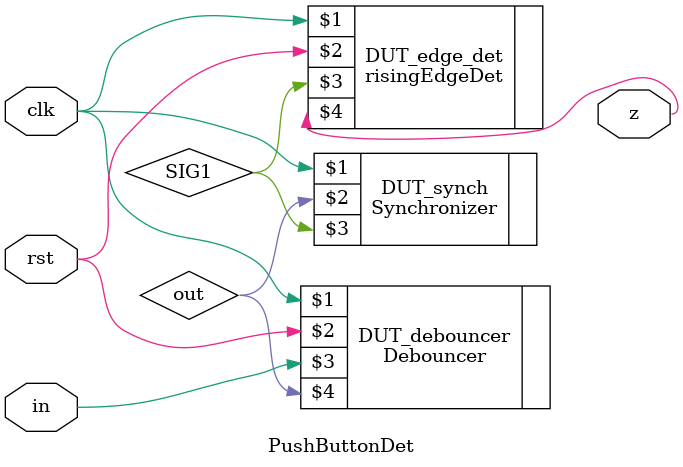
<source format=v>
`timescale 1ns / 1ps


module PushButtonDet(input clk, rst, in, output z);

wire out;
wire SIG1;

Debouncer DUT_debouncer(clk, rst, in,  out);
Synchronizer DUT_synch(clk, out, SIG1);
risingEdgeDet DUT_edge_det( clk, rst, SIG1,z);

endmodule

</source>
